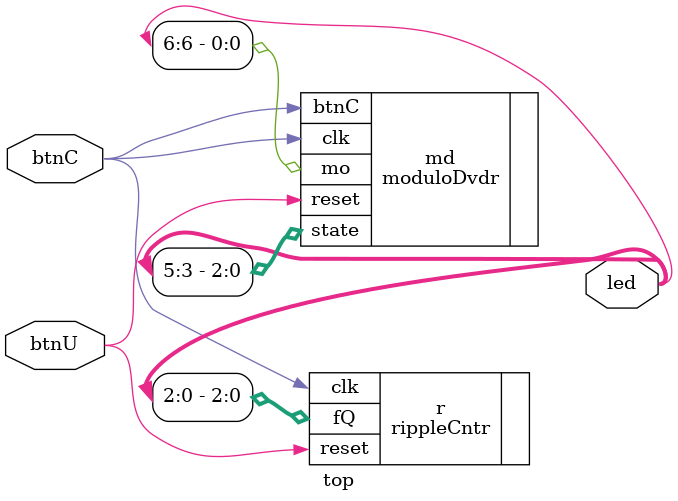
<source format=v>
module top(
    input btnC,
    input btnU,
    output [6:0] led
    );
   
rippleCntr r (
    .clk(btnC),
    .reset(btnU),
    .fQ(led[2:0])
);

moduloDvdr md(
    .clk(btnC),
    .reset(btnU),
    .btnC(btnC),
    .state(led[5:3]),
    .mo(led[6])
);
endmodule

</source>
